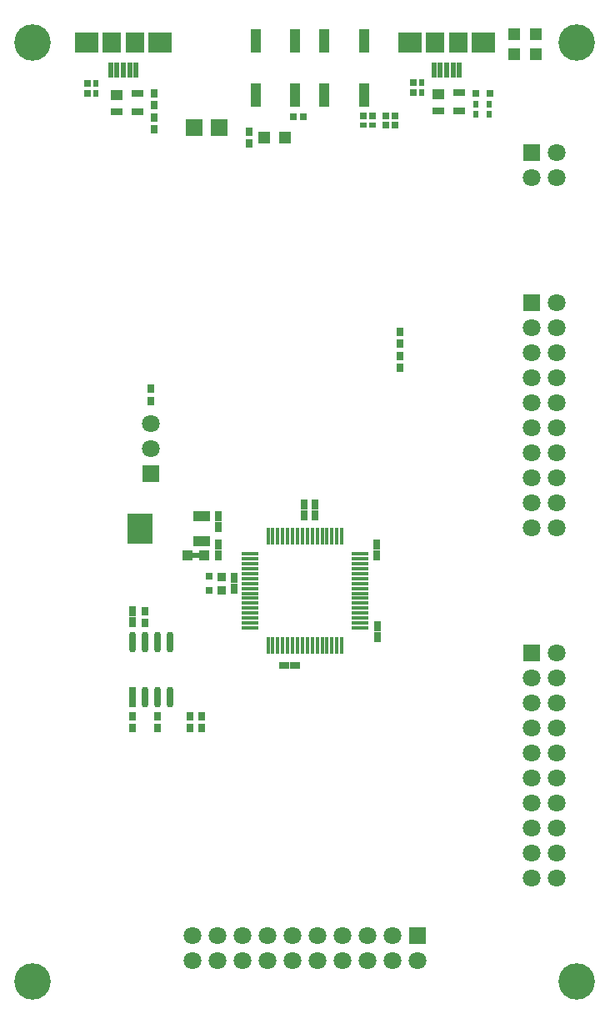
<source format=gts>
%FSLAX43Y43*%
%MOMM*%
G71*
G01*
G75*
G04 Layer_Color=8388736*
%ADD10R,1.000X0.950*%
%ADD11R,2.300X1.900*%
%ADD12R,0.400X1.400*%
%ADD13R,1.775X1.900*%
%ADD14R,0.610X2.032*%
%ADD15O,0.610X2.032*%
%ADD16R,1.000X2.250*%
%ADD17R,1.600X1.000*%
%ADD18R,2.500X3.000*%
%ADD19O,1.650X0.300*%
%ADD20O,0.300X1.650*%
%ADD21R,1.200X1.200*%
%ADD22R,1.100X0.600*%
%ADD23R,1.100X1.000*%
%ADD24R,0.700X0.700*%
%ADD25R,0.600X0.550*%
%ADD26R,0.650X0.800*%
%ADD27R,0.650X0.500*%
%ADD28R,0.762X0.762*%
%ADD29R,0.600X0.900*%
%ADD30R,0.550X0.600*%
%ADD31R,0.500X0.650*%
%ADD32R,0.700X0.700*%
%ADD33R,0.900X0.600*%
%ADD34R,1.200X1.200*%
%ADD35C,0.175*%
%ADD36C,0.180*%
%ADD37C,0.200*%
%ADD38C,0.125*%
%ADD39C,0.250*%
%ADD40C,0.400*%
%ADD41C,0.300*%
%ADD42R,0.900X0.300*%
%ADD43R,1.700X1.700*%
%ADD44C,1.700*%
%ADD45R,1.700X1.700*%
%ADD46C,3.600*%
%ADD47C,0.550*%
%ADD48C,0.400*%
%ADD49C,0.500*%
%ADD50C,1.600*%
G04:AMPARAMS|DCode=51|XSize=2.524mm|YSize=2.524mm|CornerRadius=0mm|HoleSize=0mm|Usage=FLASHONLY|Rotation=0.000|XOffset=0mm|YOffset=0mm|HoleType=Round|Shape=Relief|Width=0.254mm|Gap=0.254mm|Entries=4|*
%AMTHD51*
7,0,0,2.524,2.016,0.254,45*
%
%ADD51THD51*%
%ADD52C,0.850*%
%ADD53C,0.800*%
%ADD54C,0.350*%
%ADD55C,3.300*%
%ADD56C,1.270*%
%ADD57R,1.300X1.600*%
%ADD58R,0.600X0.250*%
%ADD59R,1.600X1.500*%
%ADD60C,0.280*%
%ADD61R,1.700X0.350*%
%ADD62R,0.600X1.300*%
%ADD63R,0.350X0.850*%
%ADD64R,0.950X1.750*%
%ADD65R,0.800X0.650*%
%ADD66R,1.300X0.600*%
%ADD67C,0.800*%
%ADD68C,0.150*%
%ADD69C,0.102*%
%ADD70C,0.254*%
%ADD71C,0.600*%
%ADD72C,0.100*%
%ADD73R,2.100X2.100*%
%ADD74R,2.100X2.100*%
%ADD75R,1.700X1.700*%
%ADD76R,0.900X0.510*%
%ADD77R,1.100X1.050*%
%ADD78R,2.400X2.000*%
%ADD79R,0.500X1.500*%
%ADD80R,1.875X2.000*%
%ADD81R,0.710X2.132*%
%ADD82O,0.710X2.132*%
%ADD83R,1.100X2.350*%
%ADD84R,1.700X1.100*%
%ADD85R,2.600X3.100*%
%ADD86O,1.750X0.400*%
%ADD87O,0.400X1.750*%
%ADD88R,1.300X1.300*%
%ADD89R,1.200X0.700*%
%ADD90R,1.200X1.100*%
%ADD91R,0.800X0.800*%
%ADD92R,0.700X0.650*%
%ADD93R,0.750X0.900*%
%ADD94R,0.750X0.600*%
%ADD95R,0.862X0.862*%
%ADD96R,0.700X1.000*%
%ADD97R,0.650X0.700*%
%ADD98R,0.600X0.750*%
%ADD99R,0.800X0.800*%
%ADD100R,1.000X0.700*%
%ADD101R,1.300X1.300*%
%ADD102R,1.800X1.800*%
%ADD103C,1.800*%
%ADD104R,1.800X1.800*%
%ADD105C,3.700*%
D76*
X-41075Y-54370D02*
D03*
D77*
X-40225Y-54375D02*
D03*
X-41925D02*
D03*
D78*
X-19350Y-2300D02*
D03*
X-11850D02*
D03*
X-52184D02*
D03*
X-44684D02*
D03*
D79*
X-16900Y-5150D02*
D03*
X-16250D02*
D03*
X-15600D02*
D03*
X-14950D02*
D03*
X-14300D02*
D03*
X-49734D02*
D03*
X-49084D02*
D03*
X-48434D02*
D03*
X-47784D02*
D03*
X-47134D02*
D03*
D80*
X-16763Y-2300D02*
D03*
X-14438D02*
D03*
X-49597D02*
D03*
X-47271D02*
D03*
D81*
X-47475Y-68800D02*
D03*
D82*
Y-63212D02*
D03*
X-46205Y-68800D02*
D03*
X-44935D02*
D03*
X-43665D02*
D03*
Y-63212D02*
D03*
X-44935D02*
D03*
X-46205D02*
D03*
D83*
X-31000Y-7650D02*
D03*
Y-2150D02*
D03*
X-35000D02*
D03*
Y-7650D02*
D03*
X-24000D02*
D03*
Y-2150D02*
D03*
X-28000D02*
D03*
Y-7650D02*
D03*
D84*
X-40475Y-52975D02*
D03*
Y-50375D02*
D03*
D85*
X-46725Y-51675D02*
D03*
D86*
X-35575Y-54250D02*
D03*
Y-54750D02*
D03*
Y-55250D02*
D03*
Y-55750D02*
D03*
Y-56250D02*
D03*
Y-56750D02*
D03*
Y-57250D02*
D03*
Y-57750D02*
D03*
Y-58250D02*
D03*
Y-58750D02*
D03*
Y-59250D02*
D03*
Y-59750D02*
D03*
Y-60250D02*
D03*
Y-60750D02*
D03*
Y-61250D02*
D03*
Y-61750D02*
D03*
X-24425D02*
D03*
Y-61250D02*
D03*
Y-60750D02*
D03*
Y-60250D02*
D03*
Y-59750D02*
D03*
Y-59250D02*
D03*
Y-58750D02*
D03*
Y-58250D02*
D03*
Y-57750D02*
D03*
Y-57250D02*
D03*
Y-56750D02*
D03*
Y-56250D02*
D03*
Y-55750D02*
D03*
Y-55250D02*
D03*
Y-54750D02*
D03*
Y-54250D02*
D03*
D87*
X-33750Y-63575D02*
D03*
X-33250D02*
D03*
X-32750D02*
D03*
X-32250D02*
D03*
X-31750D02*
D03*
X-31250D02*
D03*
X-30750D02*
D03*
X-30250D02*
D03*
X-29750D02*
D03*
X-29250D02*
D03*
X-28750D02*
D03*
X-28250D02*
D03*
X-27750D02*
D03*
X-27250D02*
D03*
X-26750D02*
D03*
X-26250D02*
D03*
Y-52425D02*
D03*
X-26750D02*
D03*
X-27250D02*
D03*
X-27750D02*
D03*
X-28250D02*
D03*
X-28750D02*
D03*
X-29250D02*
D03*
X-29750D02*
D03*
X-30250D02*
D03*
X-30750D02*
D03*
X-31250D02*
D03*
X-31750D02*
D03*
X-32250D02*
D03*
X-32750D02*
D03*
X-33250D02*
D03*
X-33750D02*
D03*
D88*
X-32050Y-12000D02*
D03*
X-34150D02*
D03*
D89*
X-14300Y-7400D02*
D03*
Y-9300D02*
D03*
X-16400D02*
D03*
X-47000Y-7478D02*
D03*
Y-9378D02*
D03*
X-49100D02*
D03*
D90*
X-16400Y-7600D02*
D03*
X-49100Y-7678D02*
D03*
D91*
X-12600Y-7500D02*
D03*
X-11200D02*
D03*
D92*
X-30150Y-9850D02*
D03*
X-31150D02*
D03*
X-20811Y-10700D02*
D03*
X-21811D02*
D03*
Y-9800D02*
D03*
X-20811D02*
D03*
X-23100D02*
D03*
X-24100D02*
D03*
D93*
X-41675Y-70725D02*
D03*
Y-71925D02*
D03*
X-35675Y-12550D02*
D03*
Y-11350D02*
D03*
X-20300Y-31675D02*
D03*
Y-32875D02*
D03*
Y-35375D02*
D03*
Y-34175D02*
D03*
X-45300Y-7475D02*
D03*
Y-8675D02*
D03*
Y-9950D02*
D03*
Y-11150D02*
D03*
X-45675Y-38700D02*
D03*
Y-37500D02*
D03*
X-47475Y-70725D02*
D03*
Y-71925D02*
D03*
X-44935Y-70725D02*
D03*
Y-71925D02*
D03*
X-46205Y-60050D02*
D03*
Y-61250D02*
D03*
X-40525Y-70725D02*
D03*
Y-71925D02*
D03*
D94*
X-23125Y-10675D02*
D03*
X-24075D02*
D03*
D95*
X-38450Y-56576D02*
D03*
Y-57973D02*
D03*
D96*
X-47475Y-61200D02*
D03*
Y-60100D02*
D03*
X-37225Y-57800D02*
D03*
Y-56700D02*
D03*
X-28975Y-50325D02*
D03*
Y-49225D02*
D03*
X-30075Y-50325D02*
D03*
Y-49225D02*
D03*
X-22650Y-61625D02*
D03*
Y-62725D02*
D03*
X-38775Y-54375D02*
D03*
Y-53275D02*
D03*
Y-50375D02*
D03*
Y-51475D02*
D03*
X-22700Y-54400D02*
D03*
Y-53300D02*
D03*
D97*
X-52100Y-6478D02*
D03*
Y-7478D02*
D03*
X-19000Y-6400D02*
D03*
Y-7400D02*
D03*
D98*
X-51200Y-7453D02*
D03*
Y-6503D02*
D03*
X-18100Y-7375D02*
D03*
Y-6425D02*
D03*
X-12600Y-8625D02*
D03*
Y-9575D02*
D03*
X-11300Y-8625D02*
D03*
Y-9575D02*
D03*
D99*
X-39700Y-57950D02*
D03*
Y-56550D02*
D03*
D100*
X-32100Y-65575D02*
D03*
X-31000D02*
D03*
D101*
X-8750Y-3550D02*
D03*
Y-1450D02*
D03*
X-6500Y-3550D02*
D03*
Y-1450D02*
D03*
D102*
X-45675Y-46090D02*
D03*
X-6970Y-13490D02*
D03*
Y-28730D02*
D03*
Y-64290D02*
D03*
D103*
X-45675Y-43550D02*
D03*
Y-41010D02*
D03*
X-4430Y-13490D02*
D03*
Y-16030D02*
D03*
X-6970D02*
D03*
X-4430Y-38890D02*
D03*
Y-28730D02*
D03*
Y-31270D02*
D03*
X-6970D02*
D03*
X-4430Y-33810D02*
D03*
X-6970D02*
D03*
X-4430Y-36350D02*
D03*
X-6970D02*
D03*
Y-38890D02*
D03*
Y-51590D02*
D03*
Y-49050D02*
D03*
X-4430D02*
D03*
X-6970Y-46510D02*
D03*
X-4430D02*
D03*
X-6970Y-43970D02*
D03*
X-4430D02*
D03*
Y-41430D02*
D03*
X-6970D02*
D03*
X-4430Y-51590D02*
D03*
Y-74450D02*
D03*
Y-64290D02*
D03*
Y-66830D02*
D03*
X-6970D02*
D03*
X-4430Y-69370D02*
D03*
X-6970D02*
D03*
X-4430Y-71910D02*
D03*
X-6970D02*
D03*
Y-74450D02*
D03*
Y-87150D02*
D03*
Y-84610D02*
D03*
X-4430D02*
D03*
X-6970Y-82070D02*
D03*
X-4430D02*
D03*
X-6970Y-79530D02*
D03*
X-4430D02*
D03*
Y-76990D02*
D03*
X-6970D02*
D03*
X-4430Y-87150D02*
D03*
X-41430Y-95570D02*
D03*
X-31270Y-93030D02*
D03*
Y-95570D02*
D03*
X-33810D02*
D03*
Y-93030D02*
D03*
X-36350Y-95570D02*
D03*
Y-93030D02*
D03*
X-38890Y-95570D02*
D03*
Y-93030D02*
D03*
X-41430D02*
D03*
X-28730D02*
D03*
X-26190D02*
D03*
Y-95570D02*
D03*
X-23650Y-93030D02*
D03*
Y-95570D02*
D03*
X-21110Y-93030D02*
D03*
Y-95570D02*
D03*
X-18570D02*
D03*
X-28730D02*
D03*
D104*
X-41270Y-10950D02*
D03*
X-38730D02*
D03*
X-18570Y-93030D02*
D03*
D105*
X-57650Y-97650D02*
D03*
X-2350D02*
D03*
X-57650Y-2350D02*
D03*
X-2350D02*
D03*
M02*

</source>
